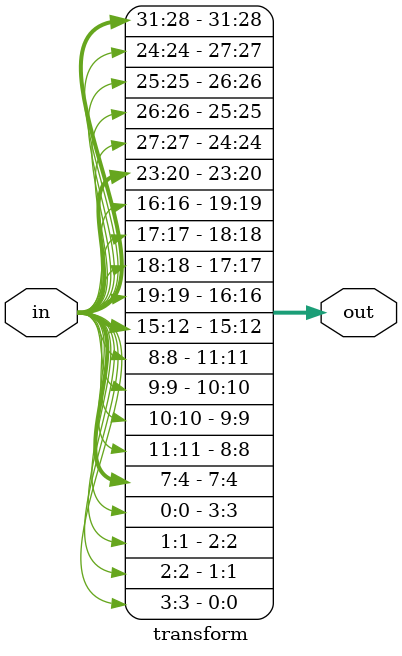
<source format=v>
module transform(
    input [31:0] in,
    output [31:0] out
);
// assign out[7:4] = {in[4], in[5], in[6], in[7]};
// assign out[15:12] = {in[12], in[13], in[14], in[15]};
// assign out[23:20] = {in[20], in[21], in[22], in[23]};
// assign out[31:28] = {in[28], in[29], in[30], in[31]};

// assign out[3:0] = in[3:0];
// assign out[11:8] = in[11:8];
// assign out[19:16] = in[19:16];
// assign out[27:24] = in[27:24];

assign out[7:4] = in[7:4];
assign out[15:12] = in[15:12];
assign out[23:20] = in[23:20];
assign out[31:28] = in[31:28];

assign out[3:0] = {in[0], in[1], in[2], in[3]};
assign out[11:8] = {in[8], in[9], in[10], in[11]};
assign out[19:16] = {in[16], in[17], in[18], in[19]};
assign out[27:24] = {in[24], in[25], in[26], in[27]};

endmodule
</source>
